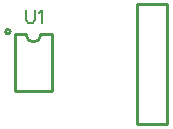
<source format=gto>
G04 ---------------------------- Layer name :TOP SILK LAYER*
G04 EasyEDA v5.6.15, Sat, 04 Aug 2018 23:35:44 GMT*
G04 ff0a0dfc338b45029632b96415005eff*
G04 Gerber Generator version 0.2*
G04 Scale: 100 percent, Rotated: No, Reflected: No *
G04 Dimensions in inches *
G04 leading zeros omitted , absolute positions ,2 integer and 4 decimal *
%FSLAX24Y24*%
%MOIN*%
G90*
G70D02*

%ADD10C,0.010000*%
%ADD15C,0.007000*%

%LPD*%
G54D10*
G01X5300Y4200D02*
G01X6300Y4200D01*
G01X6300Y200D01*
G01X5300Y200D01*
G01X5300Y4200D01*
G01X1210Y3200D02*
G01X1210Y1300D01*
G01X2450Y1300D01*
G01X2450Y3200D01*
G01X2450Y3200D02*
G01X2080Y3200D01*
G01X1580Y3200D02*
G01X1210Y3200D01*
G54D15*
G01X1600Y4000D02*
G01X1600Y3694D01*
G01X1619Y3632D01*
G01X1660Y3590D01*
G01X1722Y3571D01*
G01X1764Y3571D01*
G01X1825Y3590D01*
G01X1865Y3632D01*
G01X1885Y3694D01*
G01X1885Y4000D01*
G01X2021Y3919D02*
G01X2061Y3938D01*
G01X2123Y4000D01*
G01X2123Y3571D01*
G54D10*
G75*
G01X2080Y3200D02*
G2X1580Y3200I-250J0D01*
G01*
G75*
G01X1055Y3290D02*
G03X1055Y3290I-75J0D01*
G01*
M00*
M02*

</source>
